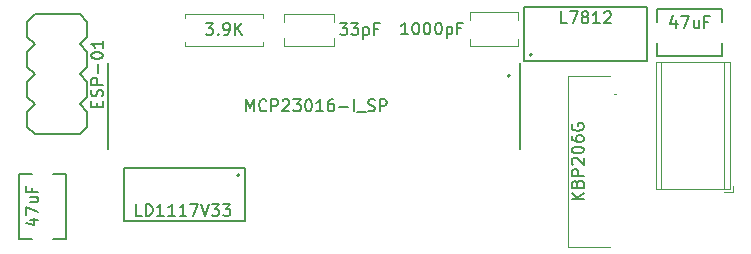
<source format=gbr>
%TF.GenerationSoftware,KiCad,Pcbnew,(5.1.12)-1*%
%TF.CreationDate,2023-01-21T14:52:04-05:00*%
%TF.ProjectId,Irrigation,49727269-6761-4746-996f-6e2e6b696361,rev?*%
%TF.SameCoordinates,Original*%
%TF.FileFunction,Legend,Top*%
%TF.FilePolarity,Positive*%
%FSLAX46Y46*%
G04 Gerber Fmt 4.6, Leading zero omitted, Abs format (unit mm)*
G04 Created by KiCad (PCBNEW (5.1.12)-1) date 2023-01-21 14:52:04*
%MOMM*%
%LPD*%
G01*
G04 APERTURE LIST*
%ADD10C,0.127000*%
%ADD11C,0.200000*%
%ADD12C,0.120000*%
%ADD13C,0.152400*%
%ADD14C,0.100000*%
%ADD15C,0.150000*%
G04 APERTURE END LIST*
D10*
%TO.C,C3*%
X121915760Y-127765360D02*
X123015760Y-127765360D01*
X119015760Y-127765360D02*
X120115760Y-127765360D01*
X121915760Y-133265360D02*
X123015760Y-133265360D01*
X119015760Y-133265360D02*
X120115760Y-133265360D01*
X119015760Y-127765360D02*
X119015760Y-133265360D01*
X123015760Y-127765360D02*
X123015760Y-133265360D01*
%TO.C,C2*%
X178594200Y-116698600D02*
X178594200Y-117798600D01*
X178594200Y-113798600D02*
X178594200Y-114898600D01*
X173094200Y-116698600D02*
X173094200Y-117798600D01*
X173094200Y-113798600D02*
X173094200Y-114898600D01*
X178594200Y-113798600D02*
X173094200Y-113798600D01*
X178594200Y-117798600D02*
X173094200Y-117798600D01*
D11*
%TO.C,U4*%
X137717200Y-127889000D02*
G75*
G03*
X137717200Y-127889000I-100000J0D01*
G01*
D10*
X127945200Y-131739200D02*
X127945200Y-127239200D01*
X127945200Y-127239200D02*
X138145200Y-127239200D01*
X138145200Y-131739200D02*
X127945200Y-131739200D01*
X138145200Y-127239200D02*
X138145200Y-131739200D01*
%TO.C,U5*%
X161450000Y-118380000D02*
X161450000Y-125620000D01*
X126550000Y-118380000D02*
X126550000Y-125620000D01*
D11*
X160610000Y-119460000D02*
G75*
G03*
X160610000Y-119460000I-100000J0D01*
G01*
D10*
%TO.C,U1*%
X161820080Y-118188840D02*
X161820080Y-113588840D01*
X161820080Y-113588840D02*
X172220080Y-113588840D01*
X172220080Y-113588840D02*
X172220080Y-118188840D01*
X172220080Y-118188840D02*
X161820080Y-118188840D01*
D11*
X162461880Y-117668040D02*
G75*
G03*
X162461880Y-117668040I-100000J0D01*
G01*
D12*
%TO.C,J1*%
X179503280Y-129267360D02*
X179503280Y-128767360D01*
X178763280Y-129267360D02*
X179503280Y-129267360D01*
X172943280Y-118287360D02*
X179263280Y-118287360D01*
X172943280Y-129027360D02*
X179263280Y-129027360D01*
X179263280Y-129027360D02*
X179263280Y-118287360D01*
X172943280Y-129027360D02*
X172943280Y-118287360D01*
X173403280Y-129027360D02*
X173403280Y-118287360D01*
X178703280Y-129027360D02*
X178703280Y-118287360D01*
%TO.C,C1*%
X157258000Y-114711500D02*
X157258000Y-114086500D01*
X157258000Y-116926500D02*
X157258000Y-116301500D01*
X161298000Y-114711500D02*
X161298000Y-114086500D01*
X161298000Y-116926500D02*
X161298000Y-116301500D01*
X161298000Y-114086500D02*
X157258000Y-114086500D01*
X161298000Y-116926500D02*
X157258000Y-116926500D01*
D13*
%TO.C,U3*%
X120396000Y-114253000D02*
X119761000Y-114888000D01*
X119761000Y-116158000D02*
X120396000Y-116793000D01*
X120396000Y-116793000D02*
X119761000Y-117428000D01*
X119761000Y-118698000D02*
X120396000Y-119333000D01*
X120396000Y-119333000D02*
X119761000Y-119968000D01*
X119761000Y-121238000D02*
X120396000Y-121873000D01*
X120396000Y-121873000D02*
X119761000Y-122508000D01*
X119761000Y-123778000D02*
X120396000Y-124413000D01*
X120396000Y-114253000D02*
X124206000Y-114253000D01*
X124206000Y-114253000D02*
X124841000Y-114888000D01*
X124841000Y-114888000D02*
X124841000Y-116158000D01*
X124841000Y-116158000D02*
X124206000Y-116793000D01*
X124206000Y-116793000D02*
X124841000Y-117428000D01*
X124841000Y-117428000D02*
X124841000Y-118698000D01*
X124841000Y-118698000D02*
X124206000Y-119333000D01*
X124206000Y-119333000D02*
X124841000Y-119968000D01*
X124841000Y-119968000D02*
X124841000Y-121238000D01*
X124841000Y-121238000D02*
X124206000Y-121873000D01*
X124206000Y-121873000D02*
X124841000Y-122508000D01*
X124841000Y-122508000D02*
X124841000Y-123778000D01*
X124841000Y-123778000D02*
X124206000Y-124413000D01*
X124206000Y-124413000D02*
X120396000Y-124413000D01*
X119761000Y-122508000D02*
X119761000Y-123778000D01*
X119761000Y-119968000D02*
X119761000Y-121238000D01*
X119761000Y-117428000D02*
X119761000Y-118698000D01*
X119761000Y-114888000D02*
X119761000Y-116158000D01*
D12*
%TO.C,R2*%
X133128000Y-114530000D02*
X133128000Y-114200000D01*
X133128000Y-114200000D02*
X139668000Y-114200000D01*
X139668000Y-114200000D02*
X139668000Y-114530000D01*
X133128000Y-116610000D02*
X133128000Y-116940000D01*
X133128000Y-116940000D02*
X139668000Y-116940000D01*
X139668000Y-116940000D02*
X139668000Y-116610000D01*
%TO.C,C4*%
X141497000Y-114200000D02*
X145737000Y-114200000D01*
X141497000Y-116940000D02*
X145737000Y-116940000D01*
X141497000Y-114200000D02*
X141497000Y-114905000D01*
X141497000Y-116235000D02*
X141497000Y-116940000D01*
X145737000Y-114200000D02*
X145737000Y-114905000D01*
X145737000Y-116235000D02*
X145737000Y-116940000D01*
D14*
%TO.C,BR1*%
X169066340Y-119478220D02*
X165566340Y-119478220D01*
X165566340Y-119478220D02*
X165566340Y-133978220D01*
X165566340Y-133978220D02*
X169066340Y-133978220D01*
X169466340Y-121028220D02*
X169466340Y-121028220D01*
X169566340Y-121028220D02*
X169566340Y-121028220D01*
X169566340Y-121028220D02*
G75*
G02*
X169466340Y-121028220I-50000J0D01*
G01*
X169466340Y-121028220D02*
G75*
G02*
X169566340Y-121028220I50000J0D01*
G01*
%TO.C,C3*%
D15*
X119978514Y-131646466D02*
X120645180Y-131646466D01*
X119597561Y-131884561D02*
X120311847Y-132122657D01*
X120311847Y-131503609D01*
X119645180Y-131217895D02*
X119645180Y-130551228D01*
X120645180Y-130979800D01*
X119978514Y-129741704D02*
X120645180Y-129741704D01*
X119978514Y-130170276D02*
X120502323Y-130170276D01*
X120597561Y-130122657D01*
X120645180Y-130027419D01*
X120645180Y-129884561D01*
X120597561Y-129789323D01*
X120549942Y-129741704D01*
X120121371Y-128932180D02*
X120121371Y-129265514D01*
X120645180Y-129265514D02*
X119645180Y-129265514D01*
X119645180Y-128789323D01*
%TO.C,C2*%
X174677533Y-114720714D02*
X174677533Y-115387380D01*
X174439438Y-114339761D02*
X174201342Y-115054047D01*
X174820390Y-115054047D01*
X175106104Y-114387380D02*
X175772771Y-114387380D01*
X175344200Y-115387380D01*
X176582295Y-114720714D02*
X176582295Y-115387380D01*
X176153723Y-114720714D02*
X176153723Y-115244523D01*
X176201342Y-115339761D01*
X176296580Y-115387380D01*
X176439438Y-115387380D01*
X176534676Y-115339761D01*
X176582295Y-115292142D01*
X177391819Y-114863571D02*
X177058485Y-114863571D01*
X177058485Y-115387380D02*
X177058485Y-114387380D01*
X177534676Y-114387380D01*
%TO.C,U4*%
X129449629Y-131313180D02*
X128973439Y-131313180D01*
X128973439Y-130313180D01*
X129782962Y-131313180D02*
X129782962Y-130313180D01*
X130021058Y-130313180D01*
X130163915Y-130360800D01*
X130259153Y-130456038D01*
X130306772Y-130551276D01*
X130354391Y-130741752D01*
X130354391Y-130884609D01*
X130306772Y-131075085D01*
X130259153Y-131170323D01*
X130163915Y-131265561D01*
X130021058Y-131313180D01*
X129782962Y-131313180D01*
X131306772Y-131313180D02*
X130735343Y-131313180D01*
X131021058Y-131313180D02*
X131021058Y-130313180D01*
X130925820Y-130456038D01*
X130830581Y-130551276D01*
X130735343Y-130598895D01*
X132259153Y-131313180D02*
X131687724Y-131313180D01*
X131973439Y-131313180D02*
X131973439Y-130313180D01*
X131878200Y-130456038D01*
X131782962Y-130551276D01*
X131687724Y-130598895D01*
X133211534Y-131313180D02*
X132640105Y-131313180D01*
X132925820Y-131313180D02*
X132925820Y-130313180D01*
X132830581Y-130456038D01*
X132735343Y-130551276D01*
X132640105Y-130598895D01*
X133544867Y-130313180D02*
X134211534Y-130313180D01*
X133782962Y-131313180D01*
X134449629Y-130313180D02*
X134782962Y-131313180D01*
X135116296Y-130313180D01*
X135354391Y-130313180D02*
X135973439Y-130313180D01*
X135640105Y-130694133D01*
X135782962Y-130694133D01*
X135878200Y-130741752D01*
X135925820Y-130789371D01*
X135973439Y-130884609D01*
X135973439Y-131122704D01*
X135925820Y-131217942D01*
X135878200Y-131265561D01*
X135782962Y-131313180D01*
X135497248Y-131313180D01*
X135402010Y-131265561D01*
X135354391Y-131217942D01*
X136306772Y-130313180D02*
X136925820Y-130313180D01*
X136592486Y-130694133D01*
X136735343Y-130694133D01*
X136830581Y-130741752D01*
X136878200Y-130789371D01*
X136925820Y-130884609D01*
X136925820Y-131122704D01*
X136878200Y-131217942D01*
X136830581Y-131265561D01*
X136735343Y-131313180D01*
X136449629Y-131313180D01*
X136354391Y-131265561D01*
X136306772Y-131217942D01*
%TO.C,U5*%
X138271428Y-122452380D02*
X138271428Y-121452380D01*
X138604761Y-122166666D01*
X138938095Y-121452380D01*
X138938095Y-122452380D01*
X139985714Y-122357142D02*
X139938095Y-122404761D01*
X139795238Y-122452380D01*
X139700000Y-122452380D01*
X139557142Y-122404761D01*
X139461904Y-122309523D01*
X139414285Y-122214285D01*
X139366666Y-122023809D01*
X139366666Y-121880952D01*
X139414285Y-121690476D01*
X139461904Y-121595238D01*
X139557142Y-121500000D01*
X139700000Y-121452380D01*
X139795238Y-121452380D01*
X139938095Y-121500000D01*
X139985714Y-121547619D01*
X140414285Y-122452380D02*
X140414285Y-121452380D01*
X140795238Y-121452380D01*
X140890476Y-121500000D01*
X140938095Y-121547619D01*
X140985714Y-121642857D01*
X140985714Y-121785714D01*
X140938095Y-121880952D01*
X140890476Y-121928571D01*
X140795238Y-121976190D01*
X140414285Y-121976190D01*
X141366666Y-121547619D02*
X141414285Y-121500000D01*
X141509523Y-121452380D01*
X141747619Y-121452380D01*
X141842857Y-121500000D01*
X141890476Y-121547619D01*
X141938095Y-121642857D01*
X141938095Y-121738095D01*
X141890476Y-121880952D01*
X141319047Y-122452380D01*
X141938095Y-122452380D01*
X142271428Y-121452380D02*
X142890476Y-121452380D01*
X142557142Y-121833333D01*
X142700000Y-121833333D01*
X142795238Y-121880952D01*
X142842857Y-121928571D01*
X142890476Y-122023809D01*
X142890476Y-122261904D01*
X142842857Y-122357142D01*
X142795238Y-122404761D01*
X142700000Y-122452380D01*
X142414285Y-122452380D01*
X142319047Y-122404761D01*
X142271428Y-122357142D01*
X143509523Y-121452380D02*
X143604761Y-121452380D01*
X143700000Y-121500000D01*
X143747619Y-121547619D01*
X143795238Y-121642857D01*
X143842857Y-121833333D01*
X143842857Y-122071428D01*
X143795238Y-122261904D01*
X143747619Y-122357142D01*
X143700000Y-122404761D01*
X143604761Y-122452380D01*
X143509523Y-122452380D01*
X143414285Y-122404761D01*
X143366666Y-122357142D01*
X143319047Y-122261904D01*
X143271428Y-122071428D01*
X143271428Y-121833333D01*
X143319047Y-121642857D01*
X143366666Y-121547619D01*
X143414285Y-121500000D01*
X143509523Y-121452380D01*
X144795238Y-122452380D02*
X144223809Y-122452380D01*
X144509523Y-122452380D02*
X144509523Y-121452380D01*
X144414285Y-121595238D01*
X144319047Y-121690476D01*
X144223809Y-121738095D01*
X145652380Y-121452380D02*
X145461904Y-121452380D01*
X145366666Y-121500000D01*
X145319047Y-121547619D01*
X145223809Y-121690476D01*
X145176190Y-121880952D01*
X145176190Y-122261904D01*
X145223809Y-122357142D01*
X145271428Y-122404761D01*
X145366666Y-122452380D01*
X145557142Y-122452380D01*
X145652380Y-122404761D01*
X145700000Y-122357142D01*
X145747619Y-122261904D01*
X145747619Y-122023809D01*
X145700000Y-121928571D01*
X145652380Y-121880952D01*
X145557142Y-121833333D01*
X145366666Y-121833333D01*
X145271428Y-121880952D01*
X145223809Y-121928571D01*
X145176190Y-122023809D01*
X146176190Y-122071428D02*
X146938095Y-122071428D01*
X147414285Y-122452380D02*
X147414285Y-121452380D01*
X147652380Y-122547619D02*
X148414285Y-122547619D01*
X148604761Y-122404761D02*
X148747619Y-122452380D01*
X148985714Y-122452380D01*
X149080952Y-122404761D01*
X149128571Y-122357142D01*
X149176190Y-122261904D01*
X149176190Y-122166666D01*
X149128571Y-122071428D01*
X149080952Y-122023809D01*
X148985714Y-121976190D01*
X148795238Y-121928571D01*
X148700000Y-121880952D01*
X148652380Y-121833333D01*
X148604761Y-121738095D01*
X148604761Y-121642857D01*
X148652380Y-121547619D01*
X148700000Y-121500000D01*
X148795238Y-121452380D01*
X149033333Y-121452380D01*
X149176190Y-121500000D01*
X149604761Y-122452380D02*
X149604761Y-121452380D01*
X149985714Y-121452380D01*
X150080952Y-121500000D01*
X150128571Y-121547619D01*
X150176190Y-121642857D01*
X150176190Y-121785714D01*
X150128571Y-121880952D01*
X150080952Y-121928571D01*
X149985714Y-121976190D01*
X149604761Y-121976190D01*
%TO.C,U1*%
X165446341Y-115007220D02*
X164970151Y-115007220D01*
X164970151Y-114007220D01*
X165684437Y-114007220D02*
X166351103Y-114007220D01*
X165922532Y-115007220D01*
X166874913Y-114435792D02*
X166779675Y-114388173D01*
X166732056Y-114340554D01*
X166684437Y-114245316D01*
X166684437Y-114197697D01*
X166732056Y-114102459D01*
X166779675Y-114054840D01*
X166874913Y-114007220D01*
X167065389Y-114007220D01*
X167160627Y-114054840D01*
X167208246Y-114102459D01*
X167255865Y-114197697D01*
X167255865Y-114245316D01*
X167208246Y-114340554D01*
X167160627Y-114388173D01*
X167065389Y-114435792D01*
X166874913Y-114435792D01*
X166779675Y-114483411D01*
X166732056Y-114531030D01*
X166684437Y-114626268D01*
X166684437Y-114816744D01*
X166732056Y-114911982D01*
X166779675Y-114959601D01*
X166874913Y-115007220D01*
X167065389Y-115007220D01*
X167160627Y-114959601D01*
X167208246Y-114911982D01*
X167255865Y-114816744D01*
X167255865Y-114626268D01*
X167208246Y-114531030D01*
X167160627Y-114483411D01*
X167065389Y-114435792D01*
X168208246Y-115007220D02*
X167636818Y-115007220D01*
X167922532Y-115007220D02*
X167922532Y-114007220D01*
X167827294Y-114150078D01*
X167732056Y-114245316D01*
X167636818Y-114292935D01*
X168589199Y-114102459D02*
X168636818Y-114054840D01*
X168732056Y-114007220D01*
X168970151Y-114007220D01*
X169065389Y-114054840D01*
X169113008Y-114102459D01*
X169160627Y-114197697D01*
X169160627Y-114292935D01*
X169113008Y-114435792D01*
X168541580Y-115007220D01*
X169160627Y-115007220D01*
%TO.C,C1*%
X151976190Y-115952380D02*
X151404761Y-115952380D01*
X151690476Y-115952380D02*
X151690476Y-114952380D01*
X151595238Y-115095238D01*
X151500000Y-115190476D01*
X151404761Y-115238095D01*
X152595238Y-114952380D02*
X152690476Y-114952380D01*
X152785714Y-115000000D01*
X152833333Y-115047619D01*
X152880952Y-115142857D01*
X152928571Y-115333333D01*
X152928571Y-115571428D01*
X152880952Y-115761904D01*
X152833333Y-115857142D01*
X152785714Y-115904761D01*
X152690476Y-115952380D01*
X152595238Y-115952380D01*
X152500000Y-115904761D01*
X152452380Y-115857142D01*
X152404761Y-115761904D01*
X152357142Y-115571428D01*
X152357142Y-115333333D01*
X152404761Y-115142857D01*
X152452380Y-115047619D01*
X152500000Y-115000000D01*
X152595238Y-114952380D01*
X153547619Y-114952380D02*
X153642857Y-114952380D01*
X153738095Y-115000000D01*
X153785714Y-115047619D01*
X153833333Y-115142857D01*
X153880952Y-115333333D01*
X153880952Y-115571428D01*
X153833333Y-115761904D01*
X153785714Y-115857142D01*
X153738095Y-115904761D01*
X153642857Y-115952380D01*
X153547619Y-115952380D01*
X153452380Y-115904761D01*
X153404761Y-115857142D01*
X153357142Y-115761904D01*
X153309523Y-115571428D01*
X153309523Y-115333333D01*
X153357142Y-115142857D01*
X153404761Y-115047619D01*
X153452380Y-115000000D01*
X153547619Y-114952380D01*
X154500000Y-114952380D02*
X154595238Y-114952380D01*
X154690476Y-115000000D01*
X154738095Y-115047619D01*
X154785714Y-115142857D01*
X154833333Y-115333333D01*
X154833333Y-115571428D01*
X154785714Y-115761904D01*
X154738095Y-115857142D01*
X154690476Y-115904761D01*
X154595238Y-115952380D01*
X154500000Y-115952380D01*
X154404761Y-115904761D01*
X154357142Y-115857142D01*
X154309523Y-115761904D01*
X154261904Y-115571428D01*
X154261904Y-115333333D01*
X154309523Y-115142857D01*
X154357142Y-115047619D01*
X154404761Y-115000000D01*
X154500000Y-114952380D01*
X155261904Y-115285714D02*
X155261904Y-116285714D01*
X155261904Y-115333333D02*
X155357142Y-115285714D01*
X155547619Y-115285714D01*
X155642857Y-115333333D01*
X155690476Y-115380952D01*
X155738095Y-115476190D01*
X155738095Y-115761904D01*
X155690476Y-115857142D01*
X155642857Y-115904761D01*
X155547619Y-115952380D01*
X155357142Y-115952380D01*
X155261904Y-115904761D01*
X156500000Y-115428571D02*
X156166666Y-115428571D01*
X156166666Y-115952380D02*
X156166666Y-114952380D01*
X156642857Y-114952380D01*
%TO.C,U3*%
X125628571Y-122061904D02*
X125628571Y-121728571D01*
X126152380Y-121585714D02*
X126152380Y-122061904D01*
X125152380Y-122061904D01*
X125152380Y-121585714D01*
X126104761Y-121204761D02*
X126152380Y-121061904D01*
X126152380Y-120823809D01*
X126104761Y-120728571D01*
X126057142Y-120680952D01*
X125961904Y-120633333D01*
X125866666Y-120633333D01*
X125771428Y-120680952D01*
X125723809Y-120728571D01*
X125676190Y-120823809D01*
X125628571Y-121014285D01*
X125580952Y-121109523D01*
X125533333Y-121157142D01*
X125438095Y-121204761D01*
X125342857Y-121204761D01*
X125247619Y-121157142D01*
X125200000Y-121109523D01*
X125152380Y-121014285D01*
X125152380Y-120776190D01*
X125200000Y-120633333D01*
X126152380Y-120204761D02*
X125152380Y-120204761D01*
X125152380Y-119823809D01*
X125200000Y-119728571D01*
X125247619Y-119680952D01*
X125342857Y-119633333D01*
X125485714Y-119633333D01*
X125580952Y-119680952D01*
X125628571Y-119728571D01*
X125676190Y-119823809D01*
X125676190Y-120204761D01*
X125771428Y-119204761D02*
X125771428Y-118442857D01*
X125152380Y-117776190D02*
X125152380Y-117680952D01*
X125200000Y-117585714D01*
X125247619Y-117538095D01*
X125342857Y-117490476D01*
X125533333Y-117442857D01*
X125771428Y-117442857D01*
X125961904Y-117490476D01*
X126057142Y-117538095D01*
X126104761Y-117585714D01*
X126152380Y-117680952D01*
X126152380Y-117776190D01*
X126104761Y-117871428D01*
X126057142Y-117919047D01*
X125961904Y-117966666D01*
X125771428Y-118014285D01*
X125533333Y-118014285D01*
X125342857Y-117966666D01*
X125247619Y-117919047D01*
X125200000Y-117871428D01*
X125152380Y-117776190D01*
X126152380Y-116490476D02*
X126152380Y-117061904D01*
X126152380Y-116776190D02*
X125152380Y-116776190D01*
X125295238Y-116871428D01*
X125390476Y-116966666D01*
X125438095Y-117061904D01*
%TO.C,R2*%
X134852380Y-114992380D02*
X135471428Y-114992380D01*
X135138095Y-115373333D01*
X135280952Y-115373333D01*
X135376190Y-115420952D01*
X135423809Y-115468571D01*
X135471428Y-115563809D01*
X135471428Y-115801904D01*
X135423809Y-115897142D01*
X135376190Y-115944761D01*
X135280952Y-115992380D01*
X134995238Y-115992380D01*
X134900000Y-115944761D01*
X134852380Y-115897142D01*
X135900000Y-115897142D02*
X135947619Y-115944761D01*
X135900000Y-115992380D01*
X135852380Y-115944761D01*
X135900000Y-115897142D01*
X135900000Y-115992380D01*
X136423809Y-115992380D02*
X136614285Y-115992380D01*
X136709523Y-115944761D01*
X136757142Y-115897142D01*
X136852380Y-115754285D01*
X136900000Y-115563809D01*
X136900000Y-115182857D01*
X136852380Y-115087619D01*
X136804761Y-115040000D01*
X136709523Y-114992380D01*
X136519047Y-114992380D01*
X136423809Y-115040000D01*
X136376190Y-115087619D01*
X136328571Y-115182857D01*
X136328571Y-115420952D01*
X136376190Y-115516190D01*
X136423809Y-115563809D01*
X136519047Y-115611428D01*
X136709523Y-115611428D01*
X136804761Y-115563809D01*
X136852380Y-115516190D01*
X136900000Y-115420952D01*
X137328571Y-115992380D02*
X137328571Y-114992380D01*
X137900000Y-115992380D02*
X137471428Y-115420952D01*
X137900000Y-114992380D02*
X137328571Y-115563809D01*
%TO.C,C4*%
X146209523Y-114992380D02*
X146828571Y-114992380D01*
X146495238Y-115373333D01*
X146638095Y-115373333D01*
X146733333Y-115420952D01*
X146780952Y-115468571D01*
X146828571Y-115563809D01*
X146828571Y-115801904D01*
X146780952Y-115897142D01*
X146733333Y-115944761D01*
X146638095Y-115992380D01*
X146352380Y-115992380D01*
X146257142Y-115944761D01*
X146209523Y-115897142D01*
X147161904Y-114992380D02*
X147780952Y-114992380D01*
X147447619Y-115373333D01*
X147590476Y-115373333D01*
X147685714Y-115420952D01*
X147733333Y-115468571D01*
X147780952Y-115563809D01*
X147780952Y-115801904D01*
X147733333Y-115897142D01*
X147685714Y-115944761D01*
X147590476Y-115992380D01*
X147304761Y-115992380D01*
X147209523Y-115944761D01*
X147161904Y-115897142D01*
X148209523Y-115325714D02*
X148209523Y-116325714D01*
X148209523Y-115373333D02*
X148304761Y-115325714D01*
X148495238Y-115325714D01*
X148590476Y-115373333D01*
X148638095Y-115420952D01*
X148685714Y-115516190D01*
X148685714Y-115801904D01*
X148638095Y-115897142D01*
X148590476Y-115944761D01*
X148495238Y-115992380D01*
X148304761Y-115992380D01*
X148209523Y-115944761D01*
X149447619Y-115468571D02*
X149114285Y-115468571D01*
X149114285Y-115992380D02*
X149114285Y-114992380D01*
X149590476Y-114992380D01*
%TO.C,BR1*%
X166842220Y-129918696D02*
X165842220Y-129918696D01*
X166842220Y-129347267D02*
X166270792Y-129775839D01*
X165842220Y-129347267D02*
X166413649Y-129918696D01*
X166318411Y-128585362D02*
X166366030Y-128442505D01*
X166413649Y-128394886D01*
X166508887Y-128347267D01*
X166651744Y-128347267D01*
X166746982Y-128394886D01*
X166794601Y-128442505D01*
X166842220Y-128537743D01*
X166842220Y-128918696D01*
X165842220Y-128918696D01*
X165842220Y-128585362D01*
X165889840Y-128490124D01*
X165937459Y-128442505D01*
X166032697Y-128394886D01*
X166127935Y-128394886D01*
X166223173Y-128442505D01*
X166270792Y-128490124D01*
X166318411Y-128585362D01*
X166318411Y-128918696D01*
X166842220Y-127918696D02*
X165842220Y-127918696D01*
X165842220Y-127537743D01*
X165889840Y-127442505D01*
X165937459Y-127394886D01*
X166032697Y-127347267D01*
X166175554Y-127347267D01*
X166270792Y-127394886D01*
X166318411Y-127442505D01*
X166366030Y-127537743D01*
X166366030Y-127918696D01*
X165937459Y-126966315D02*
X165889840Y-126918696D01*
X165842220Y-126823458D01*
X165842220Y-126585362D01*
X165889840Y-126490124D01*
X165937459Y-126442505D01*
X166032697Y-126394886D01*
X166127935Y-126394886D01*
X166270792Y-126442505D01*
X166842220Y-127013934D01*
X166842220Y-126394886D01*
X165842220Y-125775839D02*
X165842220Y-125680600D01*
X165889840Y-125585362D01*
X165937459Y-125537743D01*
X166032697Y-125490124D01*
X166223173Y-125442505D01*
X166461268Y-125442505D01*
X166651744Y-125490124D01*
X166746982Y-125537743D01*
X166794601Y-125585362D01*
X166842220Y-125680600D01*
X166842220Y-125775839D01*
X166794601Y-125871077D01*
X166746982Y-125918696D01*
X166651744Y-125966315D01*
X166461268Y-126013934D01*
X166223173Y-126013934D01*
X166032697Y-125966315D01*
X165937459Y-125918696D01*
X165889840Y-125871077D01*
X165842220Y-125775839D01*
X165842220Y-124585362D02*
X165842220Y-124775839D01*
X165889840Y-124871077D01*
X165937459Y-124918696D01*
X166080316Y-125013934D01*
X166270792Y-125061553D01*
X166651744Y-125061553D01*
X166746982Y-125013934D01*
X166794601Y-124966315D01*
X166842220Y-124871077D01*
X166842220Y-124680600D01*
X166794601Y-124585362D01*
X166746982Y-124537743D01*
X166651744Y-124490124D01*
X166413649Y-124490124D01*
X166318411Y-124537743D01*
X166270792Y-124585362D01*
X166223173Y-124680600D01*
X166223173Y-124871077D01*
X166270792Y-124966315D01*
X166318411Y-125013934D01*
X166413649Y-125061553D01*
X165889840Y-123537743D02*
X165842220Y-123632981D01*
X165842220Y-123775839D01*
X165889840Y-123918696D01*
X165985078Y-124013934D01*
X166080316Y-124061553D01*
X166270792Y-124109172D01*
X166413649Y-124109172D01*
X166604125Y-124061553D01*
X166699363Y-124013934D01*
X166794601Y-123918696D01*
X166842220Y-123775839D01*
X166842220Y-123680600D01*
X166794601Y-123537743D01*
X166746982Y-123490124D01*
X166413649Y-123490124D01*
X166413649Y-123680600D01*
%TD*%
M02*

</source>
